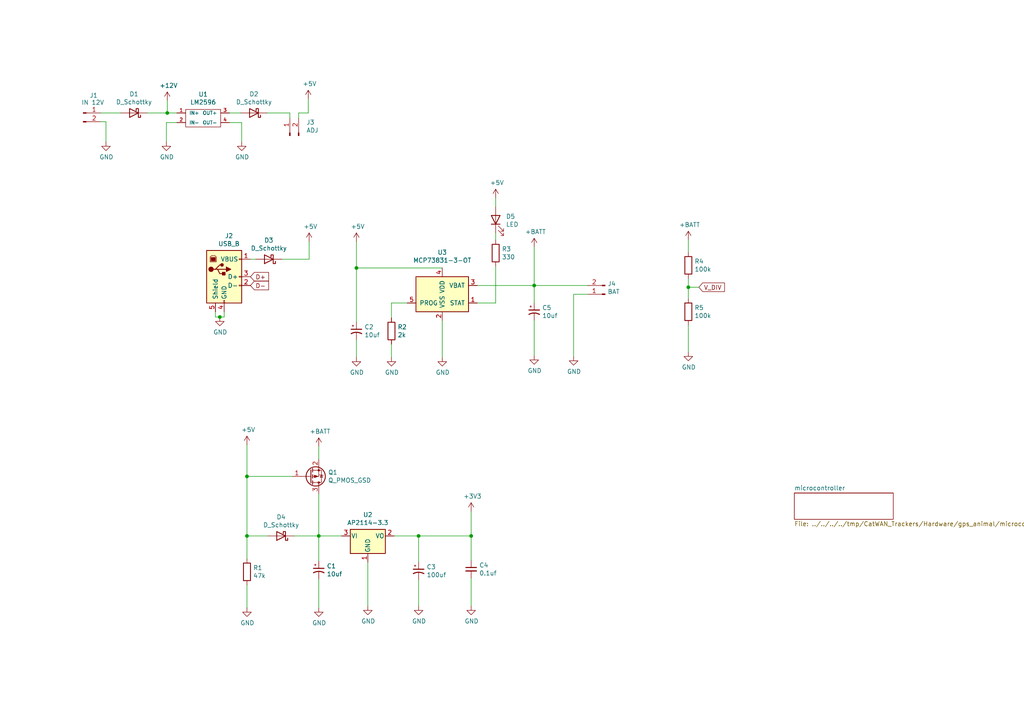
<source format=kicad_sch>
(kicad_sch (version 20230121) (generator eeschema)
  (paper "A4")
  (lib_symbols
    (symbol "Device:C_Small" (pin_numbers hide) (pin_names (offset 0.254) hide)
      (property "Reference" "C" (at 0.254 1.778 0))
      (property "Value" "C_Small" (at 0.254 -2.032 0))
      (symbol "C_Small_0_1"
        (polyline (pts (xy -1.524 -0.508) (xy 1.524 -0.508)) (stroke (width 0.3302)))
        (polyline (pts (xy -1.524 0.508) (xy 1.524 0.508)) (stroke (width 0.3048)))
      )
      (symbol "C_Small_1_1"
        (pin passive line (at 0 2.54 270) (length 2.032) (name "~") (number "1"))
        (pin passive line (at 0 -2.54 90) (length 2.032) (name "~") (number "2"))
      )
    )
    (symbol "Device:D_Schottky" (pin_numbers hide) (pin_names (offset 1.016) hide)
      (property "Reference" "D" (at 0 2.54 0))
      (property "Value" "D_Schottky" (at 0 -2.54 0))
      (symbol "D_Schottky_0_1"
        (polyline (pts (xy 1.27 0) (xy -1.27 0)))
        (polyline (pts (xy 1.27 1.27) (xy 1.27 -1.27) (xy -1.27 0) (xy 1.27 1.27)) (stroke (width 0.254)))
        (polyline (pts (xy -1.905 0.635) (xy -1.905 1.27) (xy -1.27 1.27) (xy -1.27 -1.27) (xy -0.635 -1.27) (xy -0.635 -0.635)) (stroke (width 0.254)))
      )
      (symbol "D_Schottky_1_1"
        (pin passive line (at -3.81 0 0) (length 2.54) (name "K") (number "1"))
        (pin passive line (at 3.81 0 180) (length 2.54) (name "A") (number "2"))
      )
    )
    (symbol "Device:LED" (pin_numbers hide) (pin_names (offset 1.016) hide)
      (property "Reference" "D" (at 0 2.54 0))
      (property "Value" "LED" (at 0 -2.54 0))
      (symbol "LED_0_1"
        (polyline (pts (xy -1.27 -1.27) (xy -1.27 1.27)) (stroke (width 0.254)))
        (polyline (pts (xy -1.27 0) (xy 1.27 0)))
        (polyline (pts (xy 1.27 -1.27) (xy 1.27 1.27) (xy -1.27 0) (xy 1.27 -1.27)) (stroke (width 0.254)))
        (polyline (pts (xy -3.048 -0.762) (xy -4.572 -2.286) (xy -3.81 -2.286) (xy -4.572 -2.286) (xy -4.572 -1.524)))
        (polyline (pts (xy -1.778 -0.762) (xy -3.302 -2.286) (xy -2.54 -2.286) (xy -3.302 -2.286) (xy -3.302 -1.524)))
      )
      (symbol "LED_1_1"
        (pin passive line (at -3.81 0 0) (length 2.54) (name "K") (number "1"))
        (pin passive line (at 3.81 0 180) (length 2.54) (name "A") (number "2"))
      )
    )
    (symbol "Device:Q_PMOS_GSD" (pin_names (offset 0) hide)
      (property "Reference" "Q" (at 5.08 1.27 0))
      (property "Value" "Q_PMOS_GSD" (at 5.08 -1.27 0))
      (symbol "Q_PMOS_GSD_0_1"
        (polyline (pts (xy 0.254 0) (xy -2.54 0)))
        (polyline (pts (xy 0.254 1.905) (xy 0.254 -1.905)) (stroke (width 0.254)))
        (polyline (pts (xy 0.762 -1.27) (xy 0.762 -2.286)) (stroke (width 0.254)))
        (polyline (pts (xy 0.762 0.508) (xy 0.762 -0.508)) (stroke (width 0.254)))
        (polyline (pts (xy 0.762 2.286) (xy 0.762 1.27)) (stroke (width 0.254)))
        (polyline (pts (xy 2.54 2.54) (xy 2.54 1.778)))
        (polyline (pts (xy 2.54 -2.54) (xy 2.54 0) (xy 0.762 0)))
        (polyline (pts (xy 0.762 1.778) (xy 3.302 1.778) (xy 3.302 -1.778) (xy 0.762 -1.778)))
        (polyline (pts (xy 2.286 0) (xy 1.27 0.381) (xy 1.27 -0.381) (xy 2.286 0)) (fill (type outline)))
        (polyline (pts (xy 2.794 -0.508) (xy 2.921 -0.381) (xy 3.683 -0.381) (xy 3.81 -0.254)))
        (polyline (pts (xy 3.302 -0.381) (xy 2.921 0.254) (xy 3.683 0.254) (xy 3.302 -0.381)))
        (circle (center 1.651 0) (radius 2.794) (stroke (width 0.254)))
        (circle (center 2.54 -1.778) (radius 0.254) (fill (type outline)))
        (circle (center 2.54 1.778) (radius 0.254) (fill (type outline)))
      )
      (symbol "Q_PMOS_GSD_1_1"
        (pin input line (at -5.08 0 0) (length 2.54) (name "G") (number "1"))
        (pin passive line (at 2.54 -5.08 90) (length 2.54) (name "S") (number "2"))
        (pin passive line (at 2.54 5.08 270) (length 2.54) (name "D") (number "3"))
      )
    )
    (symbol "Device:R" (pin_numbers hide) (pin_names (offset 0))
      (property "Reference" "R" (at 2.032 0 90))
      (property "Value" "R" (at 0 0 90))
      (symbol "R_0_1"
        (rectangle (start -1.016 -2.54) (end 1.016 2.54) (stroke (width 0.254)))
      )
      (symbol "R_1_1"
        (pin passive line (at 0 3.81 270) (length 1.27) (name "~") (number "1"))
        (pin passive line (at 0 -3.81 90) (length 1.27) (name "~") (number "2"))
      )
    )
    (symbol "Regulator_Linear:AP2127N-3.3" (pin_names (offset 0.254))
      (property "Reference" "U" (at -3.81 3.175 0))
      (property "Value" "AP2127N-3.3" (at 0 3.175 0))
      (symbol "AP2127N-3.3_0_1"
        (rectangle (start -5.08 1.905) (end 5.08 -5.08) (stroke (width 0.254)) (fill (type background)))
      )
      (symbol "AP2127N-3.3_1_1"
        (pin power_in line (at 0 -7.62 90) (length 2.54) (name "GND") (number "1"))
        (pin power_out line (at 7.62 0 180) (length 2.54) (name "VO") (number "2"))
        (pin power_in line (at -7.62 0 0) (length 2.54) (name "VI") (number "3"))
      )
    )
    (symbol "gps_animal-rescue:+3.3V-power" (power) (pin_names (offset 0))
      (property "Value" "+3.3V-power" (at 0 3.556 0))
      (symbol "+3.3V-power_0_1"
        (polyline (pts (xy -0.762 1.27) (xy 0 2.54)))
        (polyline (pts (xy 0 0) (xy 0 2.54)))
        (polyline (pts (xy 0 2.54) (xy 0.762 1.27)))
      )
      (symbol "+3.3V-power_1_1"
        (pin power_in line (at 0 0 90) (length 0) hide (name "+3V3") (number "1"))
      )
    )
    (symbol "gps_animal-rescue:CP1_Small-Device" (pin_numbers hide) (pin_names (offset 0.254) hide)
      (property "Reference" "C" (at 0.254 1.778 0))
      (property "Value" "Device_CP1_Small" (at 0.254 -2.032 0))
      (symbol "CP1_Small-Device_0_1"
        (polyline (pts (xy -1.524 0.508) (xy 1.524 0.508)) (stroke (width 0.3048)))
        (polyline (pts (xy -1.27 1.524) (xy -0.762 1.524)))
        (polyline (pts (xy -1.016 1.27) (xy -1.016 1.778)))
        (arc (start 1.524 -0.762) (mid 0 -0.3734) (end -1.524 -0.762) (stroke (width 0.3048)))
      )
      (symbol "CP1_Small-Device_1_1"
        (pin passive line (at 0 2.54 270) (length 2.032) (name "~") (number "1"))
        (pin passive line (at 0 -2.54 90) (length 2.032) (name "~") (number "2"))
      )
    )
    (symbol "gps_animal-rescue:Conn_01x02_Male-Connector" (pin_names (offset 1.016) hide)
      (property "Reference" "J" (at 0 2.54 0))
      (property "Value" "Connector_Conn_01x02_Male" (at 0 -5.08 0))
      (symbol "Conn_01x02_Male-Connector_1_1"
        (polyline (pts (xy 1.27 -2.54) (xy 0.8636 -2.54)) (stroke (width 0.1524)))
        (polyline (pts (xy 1.27 0) (xy 0.8636 0)) (stroke (width 0.1524)))
        (rectangle (start 0.8636 -2.413) (end 0 -2.667) (stroke (width 0.1524)) (fill (type outline)))
        (rectangle (start 0.8636 0.127) (end 0 -0.127) (stroke (width 0.1524)) (fill (type outline)))
        (pin passive line (at 5.08 0 180) (length 3.81) (name "Pin_1") (number "1"))
        (pin passive line (at 5.08 -2.54 180) (length 3.81) (name "Pin_2") (number "2"))
      )
    )
    (symbol "gps_animal-rescue:LM2596-gps_LoRa" (pin_names (offset 1.016))
      (property "Reference" "U" (at 0 3.81 0))
      (property "Value" "gps_LoRa_LM2596" (at 0 -5.08 0))
      (symbol "LM2596-gps_LoRa_0_1"
        (rectangle (start -5.08 2.54) (end 5.08 -2.54))
      )
      (symbol "LM2596-gps_LoRa_1_1"
        (pin input line (at -7.62 1.524 0) (length 2.54) (name "IN+") (number "1"))
        (pin input line (at -7.62 -1.27 0) (length 2.54) (name "IN-") (number "2"))
        (pin output line (at 7.62 1.524 180) (length 2.54) (name "OUT+") (number "3"))
        (pin output line (at 7.62 -1.27 180) (length 2.54) (name "OUT-") (number "4"))
      )
    )
    (symbol "gps_animal-rescue:MCP73831-3-OT-Battery_Management" (pin_names (offset 1.016))
      (property "Reference" "U" (at -7.62 6.35 0))
      (property "Value" "Battery_Management_MCP73831-3-OT" (at 1.27 6.35 0))
      (symbol "MCP73831-3-OT-Battery_Management_0_1"
        (rectangle (start -7.62 5.08) (end 7.62 -5.08) (stroke (width 0.254)) (fill (type background)))
      )
      (symbol "MCP73831-3-OT-Battery_Management_1_1"
        (pin output line (at 10.16 -2.54 180) (length 2.54) (name "STAT") (number "1"))
        (pin power_in line (at 0 -7.62 90) (length 2.54) (name "VSS") (number "2"))
        (pin power_out line (at 10.16 2.54 180) (length 2.54) (name "VBAT") (number "3"))
        (pin power_in line (at 0 7.62 270) (length 2.54) (name "VDD") (number "4"))
        (pin input line (at -10.16 -2.54 0) (length 2.54) (name "PROG") (number "5"))
      )
    )
    (symbol "gps_animal-rescue:USB_B-Connector" (pin_names (offset 1.016))
      (property "Reference" "J" (at -5.08 11.43 0))
      (property "Value" "Connector_USB_B" (at -5.08 8.89 0))
      (symbol "USB_B-Connector_0_1"
        (rectangle (start -5.08 -7.62) (end 5.08 7.62) (stroke (width 0.254)) (fill (type background)))
        (circle (center -3.81 2.159) (radius 0.635) (stroke (width 0.254)) (fill (type outline)))
        (rectangle (start -3.81 5.588) (end -2.54 4.572) (fill (type outline)))
        (circle (center -0.635 3.429) (radius 0.381) (stroke (width 0.254)) (fill (type outline)))
        (rectangle (start -0.127 -7.62) (end 0.127 -6.858))
        (polyline (pts (xy -1.905 2.159) (xy 0.635 2.159)) (stroke (width 0.254)))
        (polyline (pts (xy -3.175 2.159) (xy -2.54 2.159) (xy -1.27 3.429) (xy -0.635 3.429)) (stroke (width 0.254)))
        (polyline (pts (xy -2.54 2.159) (xy -1.905 2.159) (xy -1.27 0.889) (xy 0 0.889)) (stroke (width 0.254)))
        (polyline (pts (xy 0.635 2.794) (xy 0.635 1.524) (xy 1.905 2.159) (xy 0.635 2.794)) (stroke (width 0.254)) (fill (type outline)))
        (polyline (pts (xy -4.064 4.318) (xy -2.286 4.318) (xy -2.286 5.715) (xy -2.667 6.096) (xy -3.683 6.096) (xy -4.064 5.715) (xy -4.064 4.318)))
        (rectangle (start 0.254 1.27) (end -0.508 0.508) (stroke (width 0.254)) (fill (type outline)))
        (rectangle (start 5.08 -2.667) (end 4.318 -2.413))
        (rectangle (start 5.08 -0.127) (end 4.318 0.127))
        (rectangle (start 5.08 4.953) (end 4.318 5.207))
      )
      (symbol "USB_B-Connector_1_1"
        (pin power_out line (at 7.62 5.08 180) (length 2.54) (name "VBUS") (number "1"))
        (pin passive line (at 7.62 -2.54 180) (length 2.54) (name "D-") (number "2"))
        (pin passive line (at 7.62 0 180) (length 2.54) (name "D+") (number "3"))
        (pin power_out line (at 0 -10.16 90) (length 2.54) (name "GND") (number "4"))
        (pin passive line (at -2.54 -10.16 90) (length 2.54) (name "Shield") (number "5"))
      )
    )
    (symbol "power:+12V" (power) (pin_names (offset 0))
      (property "Value" "+12V" (at 0 3.556 0))
      (symbol "+12V_0_1"
        (polyline (pts (xy -0.762 1.27) (xy 0 2.54)))
        (polyline (pts (xy 0 0) (xy 0 2.54)))
        (polyline (pts (xy 0 2.54) (xy 0.762 1.27)))
      )
      (symbol "+12V_1_1"
        (pin power_in line (at 0 0 90) (length 0) hide (name "+12V") (number "1"))
      )
    )
    (symbol "power:+5V" (power) (pin_names (offset 0))
      (property "Value" "+5V" (at 0 3.556 0))
      (symbol "+5V_0_1"
        (polyline (pts (xy -0.762 1.27) (xy 0 2.54)))
        (polyline (pts (xy 0 0) (xy 0 2.54)))
        (polyline (pts (xy 0 2.54) (xy 0.762 1.27)))
      )
      (symbol "+5V_1_1"
        (pin power_in line (at 0 0 90) (length 0) hide (name "+5V") (number "1"))
      )
    )
    (symbol "power:+BATT" (power) (pin_names (offset 0))
      (property "Value" "+BATT" (at 0 3.556 0))
      (symbol "+BATT_0_1"
        (polyline (pts (xy -0.762 1.27) (xy 0 2.54)))
        (polyline (pts (xy 0 0) (xy 0 2.54)))
        (polyline (pts (xy 0 2.54) (xy 0.762 1.27)))
      )
      (symbol "+BATT_1_1"
        (pin power_in line (at 0 0 90) (length 0) hide (name "+BATT") (number "1"))
      )
    )
    (symbol "power:GND" (power) (pin_names (offset 0))
      (property "Value" "GND" (at 0 -3.81 0))
      (symbol "GND_0_1"
        (polyline (pts (xy 0 0) (xy 0 -1.27) (xy 1.27 -1.27) (xy 0 -2.54) (xy -1.27 -1.27) (xy 0 -1.27)))
      )
      (symbol "GND_1_1"
        (pin power_in line (at 0 0 270) (length 0) hide (name "GND") (number "1"))
      )
    )
  )
  (junction (at 71.628 155.448))
  (junction (at 63.754 91.948))
  (junction (at 121.412 155.448))
  (junction (at 92.456 155.448))
  (junction (at 71.628 138.176))
  (junction (at 103.378 77.724))
  (junction (at 136.652 155.448))
  (junction (at 154.94 82.804))
  (junction (at 199.644 83.312))
  (junction (at 48.514 32.766))
  (wire (pts (xy 103.378 98.552) (xy 103.378 103.632)))
  (wire (pts (xy 86.614 34.29) (xy 86.614 32.766)))
  (wire (pts (xy 62.484 90.424) (xy 62.484 91.948)))
  (wire (pts (xy 89.408 32.766) (xy 89.408 28.702)))
  (wire (pts (xy 92.456 143.256) (xy 92.456 155.448)))
  (wire (pts (xy 89.662 75.184) (xy 89.662 70.104)))
  (wire (pts (xy 128.27 103.632) (xy 128.27 92.964)))
  (wire (pts (xy 84.074 32.766) (xy 84.074 34.29)))
  (wire (pts (xy 84.836 138.176) (xy 71.628 138.176)))
  (wire (pts (xy 118.11 87.884) (xy 113.538 87.884)))
  (wire (pts (xy 128.27 77.724) (xy 103.378 77.724)))
  (wire (pts (xy 71.628 138.176) (xy 71.628 155.448)))
  (wire (pts (xy 199.644 80.772) (xy 199.644 83.312)))
  (wire (pts (xy 121.412 155.448) (xy 121.412 163.068)))
  (wire (pts (xy 138.43 87.884) (xy 143.764 87.884)))
  (wire (pts (xy 113.538 87.884) (xy 113.538 92.202)))
  (wire (pts (xy 62.484 91.948) (xy 63.754 91.948)))
  (wire (pts (xy 29.21 35.306) (xy 30.734 35.306)))
  (wire (pts (xy 71.628 162.052) (xy 71.628 155.448)))
  (wire (pts (xy 136.652 175.768) (xy 136.652 167.64)))
  (wire (pts (xy 81.788 75.184) (xy 89.662 75.184)))
  (wire (pts (xy 143.764 69.596) (xy 143.764 67.564)))
  (wire (pts (xy 48.514 32.766) (xy 51.308 32.766)))
  (wire (pts (xy 71.628 129.032) (xy 71.628 138.176)))
  (wire (pts (xy 154.94 71.628) (xy 154.94 82.804)))
  (wire (pts (xy 199.644 69.596) (xy 199.644 73.152)))
  (wire (pts (xy 143.764 57.404) (xy 143.764 59.944)))
  (wire (pts (xy 121.412 155.448) (xy 136.652 155.448)))
  (wire (pts (xy 170.434 82.804) (xy 154.94 82.804)))
  (wire (pts (xy 103.378 70.104) (xy 103.378 77.724)))
  (wire (pts (xy 70.104 35.56) (xy 70.104 41.148)))
  (wire (pts (xy 136.652 148.336) (xy 136.652 155.448)))
  (wire (pts (xy 199.644 83.312) (xy 199.644 86.614)))
  (wire (pts (xy 65.024 91.948) (xy 63.754 91.948)))
  (wire (pts (xy 106.68 163.068) (xy 106.68 175.768)))
  (wire (pts (xy 65.024 90.424) (xy 65.024 91.948)))
  (wire (pts (xy 103.378 77.724) (xy 103.378 93.472)))
  (wire (pts (xy 92.456 155.448) (xy 99.06 155.448)))
  (wire (pts (xy 85.344 155.448) (xy 92.456 155.448)))
  (wire (pts (xy 166.37 85.344) (xy 166.37 103.378)))
  (wire (pts (xy 92.456 129.54) (xy 92.456 133.096)))
  (wire (pts (xy 77.47 32.766) (xy 84.074 32.766)))
  (wire (pts (xy 121.412 175.768) (xy 121.412 168.148)))
  (wire (pts (xy 66.548 35.56) (xy 70.104 35.56)))
  (wire (pts (xy 30.734 35.306) (xy 30.734 41.148)))
  (wire (pts (xy 154.94 92.964) (xy 154.94 103.124)))
  (wire (pts (xy 71.628 155.448) (xy 77.724 155.448)))
  (wire (pts (xy 114.3 155.448) (xy 121.412 155.448)))
  (wire (pts (xy 86.614 32.766) (xy 89.408 32.766)))
  (wire (pts (xy 138.43 82.804) (xy 154.94 82.804)))
  (wire (pts (xy 66.548 32.766) (xy 69.85 32.766)))
  (wire (pts (xy 92.456 167.894) (xy 92.456 176.276)))
  (wire (pts (xy 136.652 155.448) (xy 136.652 162.56)))
  (wire (pts (xy 199.644 94.234) (xy 199.644 102.108)))
  (wire (pts (xy 143.764 87.884) (xy 143.764 77.216)))
  (wire (pts (xy 72.644 75.184) (xy 74.168 75.184)))
  (wire (pts (xy 48.26 35.56) (xy 51.308 35.56)))
  (wire (pts (xy 154.94 82.804) (xy 154.94 87.884)))
  (wire (pts (xy 170.434 85.344) (xy 166.37 85.344)))
  (wire (pts (xy 92.456 162.814) (xy 92.456 155.448)))
  (wire (pts (xy 202.692 83.312) (xy 199.644 83.312)))
  (wire (pts (xy 48.26 41.148) (xy 48.26 35.56)))
  (wire (pts (xy 29.21 32.766) (xy 35.052 32.766)))
  (wire (pts (xy 71.628 169.672) (xy 71.628 176.276)))
  (wire (pts (xy 42.672 32.766) (xy 48.514 32.766)))
  (wire (pts (xy 48.514 29.21) (xy 48.514 32.766)))
  (wire (pts (xy 113.538 99.822) (xy 113.538 103.632)))
  (global_label "D+" (shape input) (at 72.644 80.264 0) (property "Intersheetrefs" "${INTERSHEET_REFS}" (effects hide)))
  (global_label "D-" (shape input) (at 72.644 82.804 0) (property "Intersheetrefs" "${INTERSHEET_REFS}" (effects hide)))
  (global_label "V_DIV" (shape input) (at 202.692 83.312 0) (property "Intersheetrefs" "${INTERSHEET_REFS}" (effects hide)))
  (symbol (lib_id "gps_animal-rescue:Conn_01x02_Male-Connector") (at 24.13 32.766 0) (unit 1)
    (property "Reference" "J1" (at 27.178 27.686 0))
    (property "Value" "IN 12V" (at 26.924 29.718 0))
    (property "Footprint" "Connector_PinHeader_2.54mm:PinHeader_1x02_P2.54mm_Vertical" (effects hide))
  )
  (symbol (lib_id "gps_animal-rescue:Conn_01x02_Male-Connector") (at 84.074 39.37 90) (unit 1)
    (property "Reference" "J3" (at 88.8492 35.4838 90) (effects (justify right)))
    (property "Value" "ADJ" (at 88.8492 37.7952 90) (effects (justify right)))
    (property "Footprint" "Connector_PinHeader_2.54mm:PinHeader_1x02_P2.54mm_Vertical" (effects hide))
  )
  (symbol (lib_id "gps_animal-rescue:USB_B-Connector") (at 65.024 80.264 0) (unit 1)
    (property "Reference" "J2" (at 66.421 68.4022 0))
    (property "Value" "USB_B" (at 66.421 70.7136 0))
    (property "Footprint" "Connector_USB:USB_Micro-B_Wuerth_629105150521" (effects hide))
    (property "Datasheet" " ~" (effects hide))
    (property "manf#" "629105150521" (effects hide))
  )
  (symbol (lib_id "gps_animal-rescue:MCP73831-3-OT-Battery_Management") (at 128.27 85.344 0) (unit 1)
    (property "Reference" "U3" (at 128.27 73.2028 0))
    (property "Value" "MCP73831-3-OT" (at 128.27 75.5142 0))
    (property "Footprint" "Package_TO_SOT_SMD:SOT-23-5" (effects hide))
    (property "Datasheet" "http://ww1.microchip.com/downloads/en/DeviceDoc/20001984g.pdf" (effects hide))
    (property "manf#" "MCP73831T-2ATI/OT" (effects hide))
  )
  (symbol (lib_id "gps_animal-rescue:CP1_Small-Device") (at 103.378 96.012 0) (unit 1)
    (property "Reference" "C2" (at 105.6894 94.8436 0) (effects (justify left)))
    (property "Value" "10uf" (at 105.6894 97.155 0) (effects (justify left)))
    (property "Footprint" "Capacitor_SMD:C_1206_3216Metric_Pad1.42x1.75mm_HandSolder" (effects hide))
    (property "manf#" "TAJA106M006SNJ" (effects hide))
  )
  (symbol (lib_id "Device:R") (at 113.538 96.012 0) (unit 1)
    (property "Reference" "R2" (at 115.316 94.8436 0) (effects (justify left)))
    (property "Value" "2k" (at 115.316 97.155 0) (effects (justify left)))
    (property "Footprint" "Resistor_SMD:R_1206_3216Metric_Pad1.42x1.75mm_HandSolder" (effects hide))
    (property "manf#" "CRCW12062K00FKEAC" (effects hide))
  )
  (symbol (lib_id "Device:R") (at 143.764 73.406 0) (unit 1)
    (property "Reference" "R3" (at 145.542 72.2376 0) (effects (justify left)))
    (property "Value" "330" (at 145.542 74.549 0) (effects (justify left)))
    (property "Footprint" "Resistor_SMD:R_1206_3216Metric_Pad1.42x1.75mm_HandSolder" (effects hide))
    (property "manf#" "CRGP1206F330R" (effects hide))
  )
  (symbol (lib_id "gps_animal-rescue:CP1_Small-Device") (at 154.94 90.424 0) (unit 1)
    (property "Reference" "C5" (at 157.2514 89.2556 0) (effects (justify left)))
    (property "Value" "10uf" (at 157.2514 91.567 0) (effects (justify left)))
    (property "Footprint" "Capacitor_SMD:C_1206_3216Metric_Pad1.42x1.75mm_HandSolder" (effects hide))
    (property "manf#" "TAJA106M006SNJ" (effects hide))
  )
  (symbol (lib_id "gps_animal-rescue:Conn_01x02_Male-Connector") (at 175.514 85.344 180) (unit 1)
    (property "Reference" "J4" (at 176.2252 82.296 0) (effects (justify right)))
    (property "Value" "BAT" (at 176.2252 84.6074 0) (effects (justify right)))
    (property "Footprint" "Connector_PinHeader_2.54mm:PinHeader_1x02_P2.54mm_Vertical" (effects hide))
  )
  (symbol (lib_id "Device:LED") (at 143.764 63.754 90) (unit 1)
    (property "Reference" "D5" (at 146.7358 62.7888 90) (effects (justify right)))
    (property "Value" "LED" (at 146.7358 65.1002 90) (effects (justify right)))
    (property "Footprint" "LED_SMD:LED_1206_3216Metric_Pad1.42x1.75mm_HandSolder" (effects hide))
    (property "manf#" "156120VS75000" (effects hide))
  )
  (symbol (lib_id "Regulator_Linear:AP2127N-3.3") (at 106.68 155.448 0) (unit 1)
    (property "Reference" "U2" (at 106.68 149.3012 0))
    (property "Value" "AP2114-3.3" (at 106.68 151.6126 0))
    (property "Footprint" "Package_TO_SOT_SMD:SOT-223-3_TabPin2" (effects hide))
    (property "Datasheet" "https://www.diodes.com/assets/Datasheets/AP2127.pdf" (effects hide))
    (property "manf#" "AP2114H-3.3TRG1" (effects hide))
  )
  (symbol (lib_id "Device:Q_PMOS_GSD") (at 89.916 138.176 0) (mirror x) (unit 1)
    (property "Reference" "Q1" (at 95.1484 137.0076 0) (effects (justify left)))
    (property "Value" "Q_PMOS_GSD" (at 95.1484 139.319 0) (effects (justify left)))
    (property "Footprint" "Package_TO_SOT_SMD:SOT-23" (effects hide))
    (property "manf#" "DMG3415U-7" (effects hide))
  )
  (symbol (lib_id "Device:R") (at 71.628 165.862 0) (unit 1)
    (property "Reference" "R1" (at 73.406 164.6936 0) (effects (justify left)))
    (property "Value" "47k" (at 73.406 167.005 0) (effects (justify left)))
    (property "Footprint" "Resistor_SMD:R_1206_3216Metric_Pad1.42x1.75mm_HandSolder" (effects hide))
    (property "manf#" "AC1206JR-0747KL" (effects hide))
  )
  (symbol (lib_id "gps_animal-rescue:CP1_Small-Device") (at 92.456 165.354 0) (unit 1)
    (property "Reference" "C1" (at 94.7674 164.1856 0) (effects (justify left)))
    (property "Value" "10uf" (at 94.7674 166.497 0) (effects (justify left)))
    (property "Footprint" "Capacitor_SMD:C_1206_3216Metric_Pad1.42x1.75mm_HandSolder" (effects hide))
    (property "manf#" "TAJA106M006SNJ" (effects hide))
  )
  (symbol (lib_id "gps_animal-rescue:CP1_Small-Device") (at 121.412 165.608 0) (unit 1)
    (property "Reference" "C3" (at 123.7234 164.4396 0) (effects (justify left)))
    (property "Value" "100uf" (at 123.7234 166.751 0) (effects (justify left)))
    (property "Footprint" "Capacitor_SMD:C_1206_3216Metric_Pad1.42x1.75mm_HandSolder" (effects hide))
    (property "manf#" "TMCMA0J107MTRF" (effects hide))
  )
  (symbol (lib_id "Device:C_Small") (at 136.652 165.1 0) (unit 1)
    (property "Reference" "C4" (at 138.9888 163.9316 0) (effects (justify left)))
    (property "Value" "0.1uf" (at 138.9888 166.243 0) (effects (justify left)))
    (property "Footprint" "Capacitor_SMD:C_1206_3216Metric_Pad1.42x1.75mm_HandSolder" (effects hide))
    (property "manf#" "885012208030" (effects hide))
  )
  (symbol (lib_id "power:GND") (at 30.734 41.148 0) (unit 1)
    (property "Reference" "#PWR0101" (effects hide))
    (property "Value" "GND" (at 30.861 45.5422 0))
  )
  (symbol (lib_id "power:GND") (at 48.26 41.148 0) (unit 1)
    (property "Reference" "#PWR0102" (effects hide))
    (property "Value" "GND" (at 48.387 45.5422 0))
  )
  (symbol (lib_id "power:GND") (at 70.104 41.148 0) (unit 1)
    (property "Reference" "#PWR0103" (effects hide))
    (property "Value" "GND" (at 70.231 45.5422 0))
  )
  (symbol (lib_id "power:GND") (at 63.754 91.948 0) (unit 1)
    (property "Reference" "#PWR0104" (effects hide))
    (property "Value" "GND" (at 63.881 96.3422 0))
  )
  (symbol (lib_id "power:GND") (at 103.378 103.632 0) (unit 1)
    (property "Reference" "#PWR0105" (effects hide))
    (property "Value" "GND" (at 103.505 108.0262 0))
  )
  (symbol (lib_id "power:GND") (at 113.538 103.632 0) (unit 1)
    (property "Reference" "#PWR0106" (effects hide))
    (property "Value" "GND" (at 113.665 108.0262 0))
  )
  (symbol (lib_id "power:GND") (at 128.27 103.632 0) (unit 1)
    (property "Reference" "#PWR0107" (effects hide))
    (property "Value" "GND" (at 128.397 108.0262 0))
  )
  (symbol (lib_id "power:GND") (at 154.94 103.124 0) (unit 1)
    (property "Reference" "#PWR0108" (effects hide))
    (property "Value" "GND" (at 155.067 107.5182 0))
  )
  (symbol (lib_id "power:GND") (at 166.37 103.378 0) (unit 1)
    (property "Reference" "#PWR0109" (effects hide))
    (property "Value" "GND" (at 166.497 107.7722 0))
  )
  (symbol (lib_id "power:GND") (at 71.628 176.276 0) (unit 1)
    (property "Reference" "#PWR0110" (effects hide))
    (property "Value" "GND" (at 71.755 180.6702 0))
  )
  (symbol (lib_id "power:GND") (at 92.456 176.276 0) (unit 1)
    (property "Reference" "#PWR0111" (effects hide))
    (property "Value" "GND" (at 92.583 180.6702 0))
  )
  (symbol (lib_id "power:GND") (at 106.68 175.768 0) (unit 1)
    (property "Reference" "#PWR0112" (effects hide))
    (property "Value" "GND" (at 106.807 180.1622 0))
  )
  (symbol (lib_id "power:GND") (at 121.412 175.768 0) (unit 1)
    (property "Reference" "#PWR0113" (effects hide))
    (property "Value" "GND" (at 121.539 180.1622 0))
  )
  (symbol (lib_id "power:GND") (at 136.652 175.768 0) (unit 1)
    (property "Reference" "#PWR0114" (effects hide))
    (property "Value" "GND" (at 136.779 180.1622 0))
  )
  (symbol (lib_id "Device:R") (at 199.644 76.962 0) (unit 1)
    (property "Reference" "R4" (at 201.422 75.7936 0) (effects (justify left)))
    (property "Value" "100k" (at 201.422 78.105 0) (effects (justify left)))
    (property "Footprint" "Resistor_SMD:R_1206_3216Metric_Pad1.42x1.75mm_HandSolder" (effects hide))
    (property "manf#" "CRCW1206100KFKEAC" (effects hide))
  )
  (symbol (lib_id "Device:R") (at 199.644 90.424 0) (unit 1)
    (property "Reference" "R5" (at 201.422 89.2556 0) (effects (justify left)))
    (property "Value" "100k" (at 201.422 91.567 0) (effects (justify left)))
    (property "Footprint" "Resistor_SMD:R_1206_3216Metric_Pad1.42x1.75mm_HandSolder" (effects hide))
    (property "manf#" "CRCW1206100KFKEAC" (effects hide))
  )
  (symbol (lib_id "power:GND") (at 199.644 102.108 0) (unit 1)
    (property "Reference" "#PWR0115" (effects hide))
    (property "Value" "GND" (at 199.771 106.5022 0))
  )
  (symbol (lib_id "power:+12V") (at 48.514 29.21 0) (unit 1)
    (property "Reference" "#PWR0116" (effects hide))
    (property "Value" "+12V" (at 48.895 24.8158 0))
  )
  (symbol (lib_id "power:+5V") (at 89.408 28.702 0) (unit 1)
    (property "Reference" "#PWR0117" (effects hide))
    (property "Value" "+5V" (at 89.789 24.3078 0))
  )
  (symbol (lib_id "power:+5V") (at 89.662 70.104 0) (unit 1)
    (property "Reference" "#PWR0118" (effects hide))
    (property "Value" "+5V" (at 90.043 65.7098 0))
  )
  (symbol (lib_id "power:+5V") (at 71.628 129.032 0) (unit 1)
    (property "Reference" "#PWR0119" (effects hide))
    (property "Value" "+5V" (at 72.009 124.6378 0))
  )
  (symbol (lib_id "power:+5V") (at 143.764 57.404 0) (unit 1)
    (property "Reference" "#PWR0120" (effects hide))
    (property "Value" "+5V" (at 144.145 53.0098 0))
  )
  (symbol (lib_id "power:+5V") (at 103.378 70.104 0) (unit 1)
    (property "Reference" "#PWR0121" (effects hide))
    (property "Value" "+5V" (at 103.759 65.7098 0))
  )
  (symbol (lib_id "power:+BATT") (at 154.94 71.628 0) (unit 1)
    (property "Reference" "#PWR0122" (effects hide))
    (property "Value" "+BATT" (at 155.321 67.2338 0))
  )
  (symbol (lib_id "power:+BATT") (at 199.644 69.596 0) (unit 1)
    (property "Reference" "#PWR0123" (effects hide))
    (property "Value" "+BATT" (at 200.025 65.2018 0))
  )
  (symbol (lib_id "power:+BATT") (at 92.456 129.54 0) (unit 1)
    (property "Reference" "#PWR0124" (effects hide))
    (property "Value" "+BATT" (at 92.837 125.1458 0))
  )
  (symbol (lib_id "gps_animal-rescue:+3.3V-power") (at 136.652 148.336 0) (unit 1)
    (property "Reference" "#PWR0125" (effects hide))
    (property "Value" "+3.3V" (at 137.033 143.9418 0))
  )
  (symbol (lib_id "Device:D_Schottky") (at 38.862 32.766 180) (unit 1)
    (property "Reference" "D1" (at 38.862 27.2796 0))
    (property "Value" "D_Schottky" (at 38.862 29.591 0))
    (property "Footprint" "Diode_SMD:D_SOD-123" (effects hide))
    (property "manf#" "MBR120VLSFT3G" (effects hide))
  )
  (symbol (lib_id "Device:D_Schottky") (at 73.66 32.766 180) (unit 1)
    (property "Reference" "D2" (at 73.66 27.2796 0))
    (property "Value" "D_Schottky" (at 73.66 29.591 0))
    (property "Footprint" "Diode_SMD:D_SOD-123" (effects hide))
    (property "manf#" "MBR120VLSFT3G" (effects hide))
  )
  (symbol (lib_id "Device:D_Schottky") (at 77.978 75.184 180) (unit 1)
    (property "Reference" "D3" (at 77.978 69.6976 0))
    (property "Value" "D_Schottky" (at 77.978 72.009 0))
    (property "Footprint" "Diode_SMD:D_SOD-123" (effects hide))
    (property "manf#" "MBR120VLSFT3G" (effects hide))
  )
  (symbol (lib_id "Device:D_Schottky") (at 81.534 155.448 180) (unit 1)
    (property "Reference" "D4" (at 81.534 149.9616 0))
    (property "Value" "D_Schottky" (at 81.534 152.273 0))
    (property "Footprint" "Diode_SMD:D_SOD-123" (effects hide))
    (property "manf#" "MBR120VLSFT3G" (effects hide))
  )
  (symbol (lib_id "gps_animal-rescue:LM2596-gps_LoRa") (at 58.928 34.29 0) (unit 1)
    (property "Reference" "U1" (at 58.928 27.3558 0))
    (property "Value" "LM2596" (at 58.928 29.6672 0))
    (property "Footprint" "gps_LoRa:LM2596DC-DC" (effects hide))
  )
  (sheet (at 230.378 143.002) (size 28.702 7.62)
    (property "Sheetname" "microcontroller" (at 230.378 142.2904 0) (effects (justify left bottom)))
    (property "Sheetfile" "../../../../tmp/CatWAN_Trackers/Hardware/gps_animal/microcontroller.sch" (at 230.378 151.2066 0) (effects (justify left top)))
  )
)
</source>
